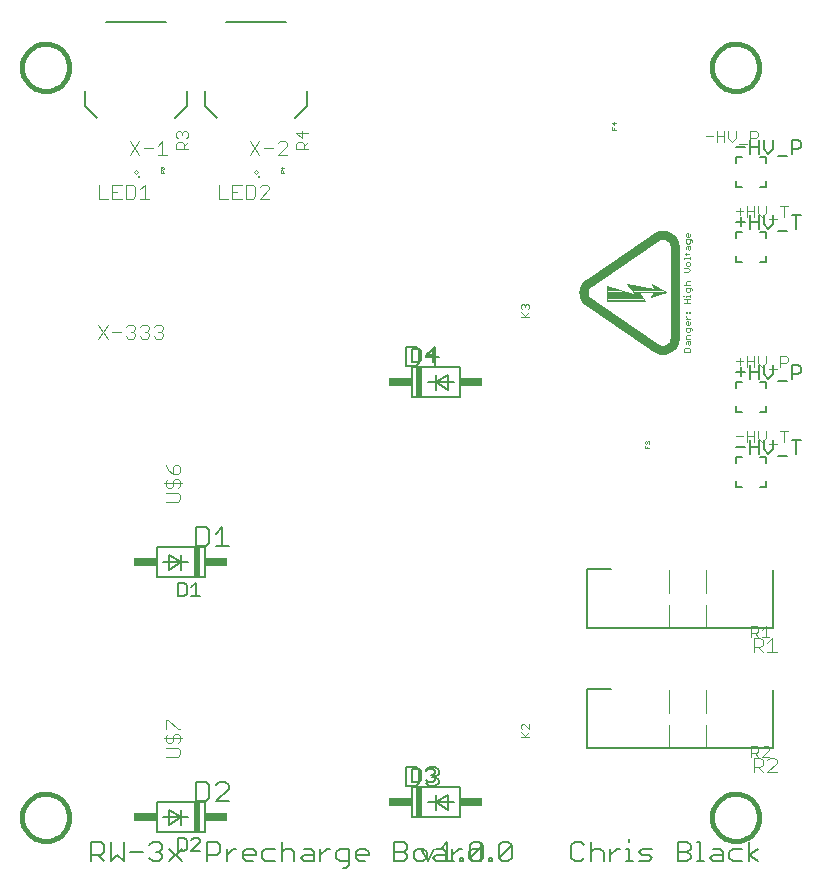
<source format=gto>
G75*
G70*
%OFA0B0*%
%FSLAX24Y24*%
%IPPOS*%
%LPD*%
%AMOC8*
5,1,8,0,0,1.08239X$1,22.5*
%
%ADD10C,0.0060*%
%ADD11C,0.0160*%
%ADD12C,0.0040*%
%ADD13C,0.0030*%
%ADD14C,0.0020*%
%ADD15R,0.0200X0.1000*%
%ADD16C,0.0050*%
%ADD17R,0.0750X0.0300*%
%ADD18C,0.0080*%
%ADD19C,0.0004*%
%ADD20C,0.0010*%
%ADD21C,0.0295*%
%ADD22C,0.0039*%
%ADD23C,0.0098*%
%ADD24C,0.0025*%
D10*
X006495Y000712D02*
X006495Y001352D01*
X006815Y001352D01*
X006922Y001246D01*
X006922Y001032D01*
X006815Y000925D01*
X006495Y000925D01*
X006708Y000925D02*
X006922Y000712D01*
X007139Y000712D02*
X007353Y000925D01*
X007566Y000712D01*
X007566Y001352D01*
X007784Y001032D02*
X008211Y001032D01*
X008428Y000819D02*
X008535Y000712D01*
X008748Y000712D01*
X008855Y000819D01*
X008855Y000925D01*
X008748Y001032D01*
X008642Y001032D01*
X008748Y001032D02*
X008855Y001139D01*
X008855Y001246D01*
X008748Y001352D01*
X008535Y001352D01*
X008428Y001246D01*
X008665Y001682D02*
X010265Y001682D01*
X010265Y002682D01*
X008665Y002682D01*
X008665Y001682D01*
X009065Y001932D02*
X009465Y002182D01*
X009465Y002432D01*
X009465Y002182D02*
X009465Y001932D01*
X009465Y002182D02*
X008865Y002182D01*
X009065Y001932D02*
X009065Y002432D01*
X009465Y002182D01*
X009715Y002182D01*
X009995Y002712D02*
X010315Y002712D01*
X010422Y002819D01*
X010422Y003246D01*
X010315Y003352D01*
X009995Y003352D01*
X009995Y002712D01*
X010639Y002712D02*
X011066Y003139D01*
X011066Y003246D01*
X010959Y003352D01*
X010746Y003352D01*
X010639Y003246D01*
X010639Y002712D02*
X011066Y002712D01*
X010682Y001352D02*
X010362Y001352D01*
X010362Y000712D01*
X010362Y000925D02*
X010682Y000925D01*
X010789Y001032D01*
X010789Y001246D01*
X010682Y001352D01*
X011006Y001139D02*
X011006Y000712D01*
X011006Y000925D02*
X011220Y001139D01*
X011326Y001139D01*
X011543Y001032D02*
X011650Y001139D01*
X011864Y001139D01*
X011970Y001032D01*
X011970Y000925D01*
X011543Y000925D01*
X011543Y000819D02*
X011543Y001032D01*
X011543Y000819D02*
X011650Y000712D01*
X011864Y000712D01*
X012188Y000819D02*
X012188Y001032D01*
X012295Y001139D01*
X012615Y001139D01*
X012832Y001032D02*
X012939Y001139D01*
X013153Y001139D01*
X013259Y001032D01*
X013259Y000712D01*
X013477Y000819D02*
X013584Y000925D01*
X013904Y000925D01*
X013904Y001032D02*
X013904Y000712D01*
X013584Y000712D01*
X013477Y000819D01*
X013584Y001139D02*
X013797Y001139D01*
X013904Y001032D01*
X014121Y000925D02*
X014335Y001139D01*
X014442Y001139D01*
X014659Y001032D02*
X014659Y000819D01*
X014765Y000712D01*
X015086Y000712D01*
X015086Y000605D02*
X015086Y001139D01*
X014765Y001139D01*
X014659Y001032D01*
X015086Y000605D02*
X014979Y000498D01*
X014872Y000498D01*
X015303Y000819D02*
X015303Y001032D01*
X015410Y001139D01*
X015623Y001139D01*
X015730Y001032D01*
X015730Y000925D01*
X015303Y000925D01*
X015303Y000819D02*
X015410Y000712D01*
X015623Y000712D01*
X016592Y000712D02*
X016912Y000712D01*
X017019Y000819D01*
X017019Y000925D01*
X016912Y001032D01*
X016592Y001032D01*
X016592Y000712D02*
X016592Y001352D01*
X016912Y001352D01*
X017019Y001246D01*
X017019Y001139D01*
X016912Y001032D01*
X017237Y001032D02*
X017237Y000819D01*
X017343Y000712D01*
X017557Y000712D01*
X017664Y000819D01*
X017664Y001032D01*
X017557Y001139D01*
X017343Y001139D01*
X017237Y001032D01*
X017495Y001139D02*
X017708Y000712D01*
X017922Y001139D01*
X017988Y001139D02*
X018201Y001139D01*
X018308Y001032D01*
X018308Y000712D01*
X017988Y000712D01*
X017881Y000819D01*
X017988Y000925D01*
X018308Y000925D01*
X018353Y000712D02*
X018353Y001352D01*
X018139Y001139D01*
X018526Y001139D02*
X018526Y000712D01*
X018566Y000712D02*
X018139Y000712D01*
X018526Y000925D02*
X018739Y001139D01*
X018846Y001139D01*
X019063Y001032D02*
X019063Y000819D01*
X019170Y000712D01*
X019490Y000712D01*
X019490Y001352D01*
X019426Y001352D02*
X019533Y001246D01*
X019106Y000819D01*
X019213Y000712D01*
X019426Y000712D01*
X019533Y000819D01*
X019533Y001246D01*
X019490Y001139D02*
X019170Y001139D01*
X019063Y001032D01*
X019106Y000819D02*
X019106Y001246D01*
X019213Y001352D01*
X019426Y001352D01*
X019750Y000819D02*
X019857Y000819D01*
X019857Y000712D01*
X019750Y000712D01*
X019750Y000819D01*
X020073Y000819D02*
X020500Y001246D01*
X020500Y000819D01*
X020393Y000712D01*
X020179Y000712D01*
X020073Y000819D01*
X020073Y001246D01*
X020179Y001352D01*
X020393Y001352D01*
X020500Y001246D01*
X018890Y000819D02*
X018890Y000712D01*
X018784Y000712D01*
X018784Y000819D01*
X018890Y000819D01*
X018765Y002182D02*
X017165Y002182D01*
X017165Y003182D01*
X018765Y003182D01*
X018765Y002182D01*
X018365Y002432D02*
X017965Y002682D01*
X017965Y002432D01*
X017965Y002682D02*
X017965Y002932D01*
X017965Y002682D02*
X018365Y002932D01*
X018365Y002432D01*
X018565Y002682D02*
X017965Y002682D01*
X017715Y002682D01*
X017746Y003212D02*
X017639Y003319D01*
X017746Y003212D02*
X017959Y003212D01*
X018066Y003319D01*
X018066Y003425D01*
X017959Y003532D01*
X017853Y003532D01*
X017959Y003532D02*
X018066Y003639D01*
X018066Y003746D01*
X017959Y003852D01*
X017746Y003852D01*
X017639Y003746D01*
X017422Y003746D02*
X017315Y003852D01*
X016995Y003852D01*
X016995Y003212D01*
X017315Y003212D01*
X017422Y003319D01*
X017422Y003746D01*
X014121Y001139D02*
X014121Y000712D01*
X012832Y000712D02*
X012832Y001352D01*
X012615Y000712D02*
X012295Y000712D01*
X012188Y000819D01*
X009500Y000712D02*
X009073Y001139D01*
X009073Y000712D02*
X009500Y001139D01*
X007139Y001352D02*
X007139Y000712D01*
X008665Y010182D02*
X010265Y010182D01*
X010265Y011182D01*
X008665Y011182D01*
X008665Y010182D01*
X009065Y010432D02*
X009465Y010682D01*
X009465Y010932D01*
X009465Y010682D02*
X009465Y010432D01*
X009465Y010682D02*
X008865Y010682D01*
X009065Y010432D02*
X009065Y010932D01*
X009465Y010682D01*
X009715Y010682D01*
X009995Y011212D02*
X010315Y011212D01*
X010422Y011319D01*
X010422Y011746D01*
X010315Y011852D01*
X009995Y011852D01*
X009995Y011212D01*
X010639Y011212D02*
X011066Y011212D01*
X010853Y011212D02*
X010853Y011852D01*
X010639Y011639D01*
X016995Y017212D02*
X017315Y017212D01*
X017422Y017319D01*
X017422Y017746D01*
X017315Y017852D01*
X016995Y017852D01*
X016995Y017212D01*
X017165Y017182D02*
X017165Y016182D01*
X018765Y016182D01*
X018765Y017182D01*
X017165Y017182D01*
X017639Y017532D02*
X018066Y017532D01*
X017959Y017212D02*
X017959Y017852D01*
X017639Y017532D01*
X017965Y016932D02*
X017965Y016682D01*
X017965Y016432D01*
X017965Y016682D02*
X018365Y016932D01*
X018365Y016432D01*
X017965Y016682D01*
X018565Y016682D01*
X017965Y016682D02*
X017715Y016682D01*
X027965Y016682D02*
X027965Y016482D01*
X027965Y016682D02*
X028165Y016682D01*
X028765Y016682D02*
X028965Y016682D01*
X028965Y016482D01*
X028965Y015882D02*
X028965Y015682D01*
X028765Y015682D01*
X028165Y015682D02*
X027965Y015682D01*
X027965Y015882D01*
X027965Y014182D02*
X027965Y013982D01*
X027965Y014182D02*
X028165Y014182D01*
X028765Y014182D02*
X028965Y014182D01*
X028965Y013982D01*
X028965Y013382D02*
X028965Y013182D01*
X028765Y013182D01*
X028165Y013182D02*
X027965Y013182D01*
X027965Y013382D01*
X027965Y020682D02*
X028165Y020682D01*
X027965Y020682D02*
X027965Y020882D01*
X027965Y021482D02*
X027965Y021682D01*
X028165Y021682D01*
X028765Y021682D02*
X028965Y021682D01*
X028965Y021482D01*
X028965Y020882D02*
X028965Y020682D01*
X028765Y020682D01*
X028765Y023182D02*
X028965Y023182D01*
X028965Y023382D01*
X028965Y023982D02*
X028965Y024182D01*
X028765Y024182D01*
X028165Y024182D02*
X027965Y024182D01*
X027965Y023982D01*
X027965Y023382D02*
X027965Y023182D01*
X028165Y023182D01*
X028403Y001352D02*
X028403Y000712D01*
X028403Y000925D02*
X028723Y001139D01*
X028403Y000925D02*
X028723Y000712D01*
X028185Y000712D02*
X027865Y000712D01*
X027758Y000819D01*
X027758Y001032D01*
X027865Y001139D01*
X028185Y001139D01*
X027541Y001032D02*
X027541Y000712D01*
X027220Y000712D01*
X027114Y000819D01*
X027220Y000925D01*
X027541Y000925D01*
X027541Y001032D02*
X027434Y001139D01*
X027220Y001139D01*
X026897Y000712D02*
X026684Y000712D01*
X026791Y000712D02*
X026791Y001352D01*
X026684Y001352D01*
X026466Y001246D02*
X026466Y001139D01*
X026360Y001032D01*
X026039Y001032D01*
X026039Y000712D02*
X026360Y000712D01*
X026466Y000819D01*
X026466Y000925D01*
X026360Y001032D01*
X026466Y001246D02*
X026360Y001352D01*
X026039Y001352D01*
X026039Y000712D01*
X025177Y000819D02*
X025071Y000925D01*
X024857Y000925D01*
X024750Y001032D01*
X024857Y001139D01*
X025177Y001139D01*
X025177Y000819D02*
X025071Y000712D01*
X024750Y000712D01*
X024534Y000712D02*
X024321Y000712D01*
X024427Y000712D02*
X024427Y001139D01*
X024321Y001139D01*
X024104Y001139D02*
X023997Y001139D01*
X023784Y000925D01*
X023784Y000712D02*
X023784Y001139D01*
X023566Y001032D02*
X023566Y000712D01*
X023566Y001032D02*
X023459Y001139D01*
X023246Y001139D01*
X023139Y001032D01*
X022922Y000819D02*
X022815Y000712D01*
X022601Y000712D01*
X022495Y000819D01*
X022495Y001246D01*
X022601Y001352D01*
X022815Y001352D01*
X022922Y001246D01*
X023139Y001352D02*
X023139Y000712D01*
X024427Y001352D02*
X024427Y001459D01*
D11*
X004178Y002182D02*
X004180Y002238D01*
X004186Y002293D01*
X004196Y002347D01*
X004209Y002401D01*
X004227Y002454D01*
X004248Y002505D01*
X004272Y002555D01*
X004300Y002603D01*
X004332Y002649D01*
X004366Y002693D01*
X004404Y002734D01*
X004444Y002772D01*
X004487Y002807D01*
X004532Y002839D01*
X004580Y002868D01*
X004629Y002894D01*
X004680Y002916D01*
X004732Y002934D01*
X004786Y002948D01*
X004841Y002959D01*
X004896Y002966D01*
X004951Y002969D01*
X005007Y002968D01*
X005062Y002963D01*
X005117Y002954D01*
X005171Y002942D01*
X005224Y002925D01*
X005276Y002905D01*
X005326Y002881D01*
X005374Y002854D01*
X005421Y002824D01*
X005465Y002790D01*
X005507Y002753D01*
X005545Y002713D01*
X005582Y002671D01*
X005615Y002626D01*
X005644Y002580D01*
X005671Y002531D01*
X005693Y002480D01*
X005713Y002428D01*
X005728Y002374D01*
X005740Y002320D01*
X005748Y002265D01*
X005752Y002210D01*
X005752Y002154D01*
X005748Y002099D01*
X005740Y002044D01*
X005728Y001990D01*
X005713Y001936D01*
X005693Y001884D01*
X005671Y001833D01*
X005644Y001784D01*
X005615Y001738D01*
X005582Y001693D01*
X005545Y001651D01*
X005507Y001611D01*
X005465Y001574D01*
X005421Y001540D01*
X005374Y001510D01*
X005326Y001483D01*
X005276Y001459D01*
X005224Y001439D01*
X005171Y001422D01*
X005117Y001410D01*
X005062Y001401D01*
X005007Y001396D01*
X004951Y001395D01*
X004896Y001398D01*
X004841Y001405D01*
X004786Y001416D01*
X004732Y001430D01*
X004680Y001448D01*
X004629Y001470D01*
X004580Y001496D01*
X004532Y001525D01*
X004487Y001557D01*
X004444Y001592D01*
X004404Y001630D01*
X004366Y001671D01*
X004332Y001715D01*
X004300Y001761D01*
X004272Y001809D01*
X004248Y001859D01*
X004227Y001910D01*
X004209Y001963D01*
X004196Y002017D01*
X004186Y002071D01*
X004180Y002126D01*
X004178Y002182D01*
X027178Y002182D02*
X027180Y002238D01*
X027186Y002293D01*
X027196Y002347D01*
X027209Y002401D01*
X027227Y002454D01*
X027248Y002505D01*
X027272Y002555D01*
X027300Y002603D01*
X027332Y002649D01*
X027366Y002693D01*
X027404Y002734D01*
X027444Y002772D01*
X027487Y002807D01*
X027532Y002839D01*
X027580Y002868D01*
X027629Y002894D01*
X027680Y002916D01*
X027732Y002934D01*
X027786Y002948D01*
X027841Y002959D01*
X027896Y002966D01*
X027951Y002969D01*
X028007Y002968D01*
X028062Y002963D01*
X028117Y002954D01*
X028171Y002942D01*
X028224Y002925D01*
X028276Y002905D01*
X028326Y002881D01*
X028374Y002854D01*
X028421Y002824D01*
X028465Y002790D01*
X028507Y002753D01*
X028545Y002713D01*
X028582Y002671D01*
X028615Y002626D01*
X028644Y002580D01*
X028671Y002531D01*
X028693Y002480D01*
X028713Y002428D01*
X028728Y002374D01*
X028740Y002320D01*
X028748Y002265D01*
X028752Y002210D01*
X028752Y002154D01*
X028748Y002099D01*
X028740Y002044D01*
X028728Y001990D01*
X028713Y001936D01*
X028693Y001884D01*
X028671Y001833D01*
X028644Y001784D01*
X028615Y001738D01*
X028582Y001693D01*
X028545Y001651D01*
X028507Y001611D01*
X028465Y001574D01*
X028421Y001540D01*
X028374Y001510D01*
X028326Y001483D01*
X028276Y001459D01*
X028224Y001439D01*
X028171Y001422D01*
X028117Y001410D01*
X028062Y001401D01*
X028007Y001396D01*
X027951Y001395D01*
X027896Y001398D01*
X027841Y001405D01*
X027786Y001416D01*
X027732Y001430D01*
X027680Y001448D01*
X027629Y001470D01*
X027580Y001496D01*
X027532Y001525D01*
X027487Y001557D01*
X027444Y001592D01*
X027404Y001630D01*
X027366Y001671D01*
X027332Y001715D01*
X027300Y001761D01*
X027272Y001809D01*
X027248Y001859D01*
X027227Y001910D01*
X027209Y001963D01*
X027196Y002017D01*
X027186Y002071D01*
X027180Y002126D01*
X027178Y002182D01*
X027178Y027182D02*
X027180Y027238D01*
X027186Y027293D01*
X027196Y027347D01*
X027209Y027401D01*
X027227Y027454D01*
X027248Y027505D01*
X027272Y027555D01*
X027300Y027603D01*
X027332Y027649D01*
X027366Y027693D01*
X027404Y027734D01*
X027444Y027772D01*
X027487Y027807D01*
X027532Y027839D01*
X027580Y027868D01*
X027629Y027894D01*
X027680Y027916D01*
X027732Y027934D01*
X027786Y027948D01*
X027841Y027959D01*
X027896Y027966D01*
X027951Y027969D01*
X028007Y027968D01*
X028062Y027963D01*
X028117Y027954D01*
X028171Y027942D01*
X028224Y027925D01*
X028276Y027905D01*
X028326Y027881D01*
X028374Y027854D01*
X028421Y027824D01*
X028465Y027790D01*
X028507Y027753D01*
X028545Y027713D01*
X028582Y027671D01*
X028615Y027626D01*
X028644Y027580D01*
X028671Y027531D01*
X028693Y027480D01*
X028713Y027428D01*
X028728Y027374D01*
X028740Y027320D01*
X028748Y027265D01*
X028752Y027210D01*
X028752Y027154D01*
X028748Y027099D01*
X028740Y027044D01*
X028728Y026990D01*
X028713Y026936D01*
X028693Y026884D01*
X028671Y026833D01*
X028644Y026784D01*
X028615Y026738D01*
X028582Y026693D01*
X028545Y026651D01*
X028507Y026611D01*
X028465Y026574D01*
X028421Y026540D01*
X028374Y026510D01*
X028326Y026483D01*
X028276Y026459D01*
X028224Y026439D01*
X028171Y026422D01*
X028117Y026410D01*
X028062Y026401D01*
X028007Y026396D01*
X027951Y026395D01*
X027896Y026398D01*
X027841Y026405D01*
X027786Y026416D01*
X027732Y026430D01*
X027680Y026448D01*
X027629Y026470D01*
X027580Y026496D01*
X027532Y026525D01*
X027487Y026557D01*
X027444Y026592D01*
X027404Y026630D01*
X027366Y026671D01*
X027332Y026715D01*
X027300Y026761D01*
X027272Y026809D01*
X027248Y026859D01*
X027227Y026910D01*
X027209Y026963D01*
X027196Y027017D01*
X027186Y027071D01*
X027180Y027126D01*
X027178Y027182D01*
X004178Y027182D02*
X004180Y027238D01*
X004186Y027293D01*
X004196Y027347D01*
X004209Y027401D01*
X004227Y027454D01*
X004248Y027505D01*
X004272Y027555D01*
X004300Y027603D01*
X004332Y027649D01*
X004366Y027693D01*
X004404Y027734D01*
X004444Y027772D01*
X004487Y027807D01*
X004532Y027839D01*
X004580Y027868D01*
X004629Y027894D01*
X004680Y027916D01*
X004732Y027934D01*
X004786Y027948D01*
X004841Y027959D01*
X004896Y027966D01*
X004951Y027969D01*
X005007Y027968D01*
X005062Y027963D01*
X005117Y027954D01*
X005171Y027942D01*
X005224Y027925D01*
X005276Y027905D01*
X005326Y027881D01*
X005374Y027854D01*
X005421Y027824D01*
X005465Y027790D01*
X005507Y027753D01*
X005545Y027713D01*
X005582Y027671D01*
X005615Y027626D01*
X005644Y027580D01*
X005671Y027531D01*
X005693Y027480D01*
X005713Y027428D01*
X005728Y027374D01*
X005740Y027320D01*
X005748Y027265D01*
X005752Y027210D01*
X005752Y027154D01*
X005748Y027099D01*
X005740Y027044D01*
X005728Y026990D01*
X005713Y026936D01*
X005693Y026884D01*
X005671Y026833D01*
X005644Y026784D01*
X005615Y026738D01*
X005582Y026693D01*
X005545Y026651D01*
X005507Y026611D01*
X005465Y026574D01*
X005421Y026540D01*
X005374Y026510D01*
X005326Y026483D01*
X005276Y026459D01*
X005224Y026439D01*
X005171Y026422D01*
X005117Y026410D01*
X005062Y026401D01*
X005007Y026396D01*
X004951Y026395D01*
X004896Y026398D01*
X004841Y026405D01*
X004786Y026416D01*
X004732Y026430D01*
X004680Y026448D01*
X004629Y026470D01*
X004580Y026496D01*
X004532Y026525D01*
X004487Y026557D01*
X004444Y026592D01*
X004404Y026630D01*
X004366Y026671D01*
X004332Y026715D01*
X004300Y026761D01*
X004272Y026809D01*
X004248Y026859D01*
X004227Y026910D01*
X004209Y026963D01*
X004196Y027017D01*
X004186Y027071D01*
X004180Y027126D01*
X004178Y027182D01*
D12*
X007785Y024725D02*
X008091Y024265D01*
X008245Y024495D02*
X008552Y024495D01*
X008705Y024572D02*
X008859Y024725D01*
X008859Y024265D01*
X009012Y024265D02*
X008705Y024265D01*
X008091Y024725D02*
X007785Y024265D01*
X007884Y023269D02*
X007654Y023269D01*
X007654Y022808D01*
X007884Y022808D01*
X007961Y022885D01*
X007961Y023192D01*
X007884Y023269D01*
X008115Y023115D02*
X008268Y023269D01*
X008268Y022808D01*
X008115Y022808D02*
X008422Y022808D01*
X007501Y022808D02*
X007194Y022808D01*
X007194Y023269D01*
X007501Y023269D01*
X007347Y023038D02*
X007194Y023038D01*
X007040Y022808D02*
X006734Y022808D01*
X006734Y023269D01*
X010734Y023269D02*
X010734Y022808D01*
X011040Y022808D01*
X011194Y022808D02*
X011501Y022808D01*
X011654Y022808D02*
X011884Y022808D01*
X011961Y022885D01*
X011961Y023192D01*
X011884Y023269D01*
X011654Y023269D01*
X011654Y022808D01*
X011347Y023038D02*
X011194Y023038D01*
X011194Y022808D02*
X011194Y023269D01*
X011501Y023269D01*
X012115Y023192D02*
X012191Y023269D01*
X012345Y023269D01*
X012422Y023192D01*
X012422Y023115D01*
X012115Y022808D01*
X012422Y022808D01*
X012705Y024265D02*
X013012Y024572D01*
X013012Y024649D01*
X012935Y024725D01*
X012782Y024725D01*
X012705Y024649D01*
X012552Y024495D02*
X012245Y024495D01*
X012091Y024265D02*
X011785Y024725D01*
X012091Y024725D02*
X011785Y024265D01*
X012705Y024265D02*
X013012Y024265D01*
X008800Y018603D02*
X008877Y018526D01*
X008877Y018450D01*
X008800Y018373D01*
X008877Y018296D01*
X008877Y018220D01*
X008800Y018143D01*
X008647Y018143D01*
X008570Y018220D01*
X008417Y018220D02*
X008340Y018143D01*
X008186Y018143D01*
X008110Y018220D01*
X007956Y018220D02*
X007880Y018143D01*
X007726Y018143D01*
X007649Y018220D01*
X007496Y018373D02*
X007189Y018373D01*
X007036Y018143D02*
X006729Y018603D01*
X007036Y018603D02*
X006729Y018143D01*
X007649Y018526D02*
X007726Y018603D01*
X007880Y018603D01*
X007956Y018526D01*
X007956Y018450D01*
X007880Y018373D01*
X007956Y018296D01*
X007956Y018220D01*
X007880Y018373D02*
X007803Y018373D01*
X008110Y018526D02*
X008186Y018603D01*
X008340Y018603D01*
X008417Y018526D01*
X008417Y018450D01*
X008340Y018373D01*
X008417Y018296D01*
X008417Y018220D01*
X008340Y018373D02*
X008263Y018373D01*
X008570Y018526D02*
X008647Y018603D01*
X008800Y018603D01*
X008800Y018373D02*
X008724Y018373D01*
X008984Y013929D02*
X009061Y013776D01*
X009214Y013623D01*
X009214Y013853D01*
X009291Y013929D01*
X009368Y013929D01*
X009445Y013853D01*
X009445Y013699D01*
X009368Y013623D01*
X009214Y013623D01*
X009291Y013469D02*
X009214Y013392D01*
X009214Y013239D01*
X009138Y013162D01*
X009061Y013162D01*
X008984Y013239D01*
X008984Y013392D01*
X009061Y013469D01*
X008907Y013316D02*
X009521Y013316D01*
X009445Y013392D02*
X009368Y013469D01*
X009291Y013469D01*
X009445Y013392D02*
X009445Y013239D01*
X009368Y013162D01*
X009368Y013009D02*
X008984Y013009D01*
X008984Y012702D02*
X009368Y012702D01*
X009445Y012779D01*
X009445Y012932D01*
X009368Y013009D01*
X009061Y005429D02*
X009368Y005123D01*
X009445Y005123D01*
X009368Y004969D02*
X009291Y004969D01*
X009214Y004892D01*
X009214Y004739D01*
X009138Y004662D01*
X009061Y004662D01*
X008984Y004739D01*
X008984Y004892D01*
X009061Y004969D01*
X008984Y005123D02*
X008984Y005429D01*
X009061Y005429D01*
X009368Y004969D02*
X009445Y004892D01*
X009445Y004739D01*
X009368Y004662D01*
X009368Y004509D02*
X008984Y004509D01*
X008984Y004202D02*
X009368Y004202D01*
X009445Y004279D01*
X009445Y004432D01*
X009368Y004509D01*
X009521Y004816D02*
X008907Y004816D01*
X026244Y017702D02*
X026244Y017802D01*
X026278Y017835D01*
X026411Y017835D01*
X026445Y017802D01*
X026445Y017702D01*
X026244Y017702D01*
X026311Y017956D02*
X026311Y018023D01*
X026344Y018056D01*
X026445Y018056D01*
X026445Y017956D01*
X026411Y017923D01*
X026378Y017956D01*
X026378Y018056D01*
X026445Y018144D02*
X026311Y018144D01*
X026311Y018244D01*
X026344Y018277D01*
X026445Y018277D01*
X026411Y018365D02*
X026445Y018398D01*
X026445Y018498D01*
X026478Y018498D02*
X026311Y018498D01*
X026311Y018398D01*
X026344Y018365D01*
X026411Y018365D01*
X026511Y018432D02*
X026511Y018465D01*
X026478Y018498D01*
X026411Y018586D02*
X026344Y018586D01*
X026311Y018619D01*
X026311Y018686D01*
X026344Y018719D01*
X026378Y018719D01*
X026378Y018586D01*
X026411Y018586D02*
X026445Y018619D01*
X026445Y018686D01*
X026445Y018807D02*
X026311Y018807D01*
X026311Y018874D02*
X026311Y018907D01*
X026311Y018874D02*
X026378Y018807D01*
X026411Y018991D02*
X026445Y018991D01*
X026445Y019024D01*
X026411Y019024D01*
X026411Y018991D01*
X026344Y018991D02*
X026311Y018991D01*
X026311Y019024D01*
X026344Y019024D01*
X026344Y018991D01*
X026344Y019322D02*
X026344Y019456D01*
X026311Y019543D02*
X026311Y019577D01*
X026445Y019577D01*
X026445Y019610D02*
X026445Y019543D01*
X026445Y019456D02*
X026244Y019456D01*
X026244Y019577D02*
X026211Y019577D01*
X026344Y019691D02*
X026411Y019691D01*
X026445Y019724D01*
X026445Y019824D01*
X026478Y019824D02*
X026311Y019824D01*
X026311Y019724D01*
X026344Y019691D01*
X026511Y019757D02*
X026511Y019791D01*
X026478Y019824D01*
X026445Y019912D02*
X026244Y019912D01*
X026311Y019945D02*
X026311Y020012D01*
X026344Y020045D01*
X026445Y020045D01*
X026344Y019912D02*
X026311Y019945D01*
X026244Y020354D02*
X026378Y020354D01*
X026445Y020420D01*
X026378Y020487D01*
X026244Y020487D01*
X026344Y020575D02*
X026411Y020575D01*
X026445Y020608D01*
X026445Y020675D01*
X026411Y020708D01*
X026344Y020708D01*
X026311Y020675D01*
X026311Y020608D01*
X026344Y020575D01*
X026244Y020796D02*
X026244Y020829D01*
X026445Y020829D01*
X026445Y020796D02*
X026445Y020862D01*
X026411Y020976D02*
X026445Y021010D01*
X026411Y020976D02*
X026278Y020976D01*
X026311Y020943D02*
X026311Y021010D01*
X026311Y021124D02*
X026311Y021190D01*
X026344Y021224D01*
X026445Y021224D01*
X026445Y021124D01*
X026411Y021090D01*
X026378Y021124D01*
X026378Y021224D01*
X026411Y021311D02*
X026445Y021345D01*
X026445Y021445D01*
X026478Y021445D02*
X026311Y021445D01*
X026311Y021345D01*
X026344Y021311D01*
X026411Y021311D01*
X026511Y021378D02*
X026511Y021411D01*
X026478Y021445D01*
X026411Y021532D02*
X026344Y021532D01*
X026311Y021566D01*
X026311Y021632D01*
X026344Y021666D01*
X026378Y021666D01*
X026378Y021532D01*
X026411Y021532D02*
X026445Y021566D01*
X026445Y021632D01*
X026445Y019322D02*
X026244Y019322D01*
X028564Y008162D02*
X028794Y008162D01*
X028871Y008086D01*
X028871Y007932D01*
X028794Y007855D01*
X028564Y007855D01*
X028564Y007702D02*
X028564Y008162D01*
X028717Y007855D02*
X028871Y007702D01*
X029024Y007702D02*
X029331Y007702D01*
X029178Y007702D02*
X029178Y008162D01*
X029024Y008009D01*
X029101Y004162D02*
X029024Y004086D01*
X029101Y004162D02*
X029254Y004162D01*
X029331Y004086D01*
X029331Y004009D01*
X029024Y003702D01*
X029331Y003702D01*
X028871Y003702D02*
X028717Y003855D01*
X028794Y003855D02*
X028564Y003855D01*
X028564Y003702D02*
X028564Y004162D01*
X028794Y004162D01*
X028871Y004086D01*
X028871Y003932D01*
X028794Y003855D01*
D13*
X028848Y004197D02*
X029095Y004444D01*
X029095Y004505D01*
X029033Y004567D01*
X028910Y004567D01*
X028848Y004505D01*
X028726Y004505D02*
X028726Y004382D01*
X028665Y004320D01*
X028480Y004320D01*
X028603Y004320D02*
X028726Y004197D01*
X028848Y004197D02*
X029095Y004197D01*
X028726Y004505D02*
X028665Y004567D01*
X028480Y004567D01*
X028480Y004197D01*
X028480Y008197D02*
X028480Y008567D01*
X028665Y008567D01*
X028726Y008505D01*
X028726Y008382D01*
X028665Y008320D01*
X028480Y008320D01*
X028603Y008320D02*
X028726Y008197D01*
X028848Y008197D02*
X029095Y008197D01*
X028971Y008197D02*
X028971Y008567D01*
X028848Y008444D01*
X029084Y014635D02*
X029331Y014635D01*
X029576Y014697D02*
X029576Y015067D01*
X029453Y015067D02*
X029700Y015067D01*
X028963Y015067D02*
X028963Y014820D01*
X028840Y014697D01*
X028716Y014820D01*
X028716Y015067D01*
X028595Y015067D02*
X028595Y014697D01*
X028595Y014882D02*
X028348Y014882D01*
X028226Y014882D02*
X027980Y014882D01*
X028348Y014697D02*
X028348Y015067D01*
X028348Y017197D02*
X028348Y017567D01*
X028348Y017382D02*
X028595Y017382D01*
X028716Y017320D02*
X028840Y017197D01*
X028963Y017320D01*
X028963Y017567D01*
X028716Y017567D02*
X028716Y017320D01*
X028595Y017197D02*
X028595Y017567D01*
X028226Y017382D02*
X027980Y017382D01*
X028103Y017505D02*
X028103Y017259D01*
X029084Y017135D02*
X029331Y017135D01*
X029453Y017197D02*
X029453Y017567D01*
X029638Y017567D01*
X029700Y017505D01*
X029700Y017382D01*
X029638Y017320D01*
X029453Y017320D01*
X029331Y022135D02*
X029084Y022135D01*
X028963Y022320D02*
X028963Y022567D01*
X028963Y022320D02*
X028840Y022197D01*
X028716Y022320D01*
X028716Y022567D01*
X028595Y022567D02*
X028595Y022197D01*
X028595Y022382D02*
X028348Y022382D01*
X028226Y022382D02*
X027980Y022382D01*
X028103Y022505D02*
X028103Y022259D01*
X028348Y022197D02*
X028348Y022567D01*
X029453Y022567D02*
X029700Y022567D01*
X029576Y022567D02*
X029576Y022197D01*
X028331Y024635D02*
X028084Y024635D01*
X027963Y024820D02*
X027840Y024697D01*
X027716Y024820D01*
X027716Y025067D01*
X027595Y025067D02*
X027595Y024697D01*
X027595Y024882D02*
X027348Y024882D01*
X027226Y024882D02*
X026980Y024882D01*
X027348Y024697D02*
X027348Y025067D01*
X027963Y025067D02*
X027963Y024820D01*
X028453Y024820D02*
X028638Y024820D01*
X028700Y024882D01*
X028700Y025005D01*
X028638Y025067D01*
X028453Y025067D01*
X028453Y024697D01*
X013700Y024694D02*
X013576Y024570D01*
X013576Y024632D02*
X013576Y024447D01*
X013700Y024447D02*
X013329Y024447D01*
X013329Y024632D01*
X013391Y024694D01*
X013514Y024694D01*
X013576Y024632D01*
X013514Y024815D02*
X013329Y025000D01*
X013700Y025000D01*
X013514Y025062D02*
X013514Y024815D01*
X009700Y024877D02*
X009638Y024815D01*
X009700Y024877D02*
X009700Y025000D01*
X009638Y025062D01*
X009576Y025062D01*
X009514Y025000D01*
X009514Y024939D01*
X009514Y025000D02*
X009453Y025062D01*
X009391Y025062D01*
X009329Y025000D01*
X009329Y024877D01*
X009391Y024815D01*
X009391Y024694D02*
X009514Y024694D01*
X009576Y024632D01*
X009576Y024447D01*
X009576Y024570D02*
X009700Y024694D01*
X009700Y024447D02*
X009329Y024447D01*
X009329Y024632D01*
X009391Y024694D01*
D14*
X020817Y019243D02*
X020860Y019285D01*
X020902Y019285D01*
X020945Y019243D01*
X020987Y019285D01*
X021030Y019285D01*
X021073Y019243D01*
X021073Y019158D01*
X021030Y019115D01*
X021073Y019032D02*
X020945Y018904D01*
X020987Y018861D02*
X020817Y019032D01*
X020860Y019115D02*
X020817Y019158D01*
X020817Y019243D01*
X020945Y019243D02*
X020945Y019200D01*
X020817Y018861D02*
X021073Y018861D01*
X021073Y005285D02*
X021073Y005115D01*
X020902Y005285D01*
X020860Y005285D01*
X020817Y005243D01*
X020817Y005158D01*
X020860Y005115D01*
X020817Y005032D02*
X020987Y004861D01*
X020945Y004904D02*
X021073Y005032D01*
X021073Y004861D02*
X020817Y004861D01*
D15*
X017415Y002682D03*
X010015Y002182D03*
X010015Y010682D03*
X017415Y016682D03*
D16*
X017415Y017357D02*
X017190Y017357D01*
X017190Y017807D01*
X017415Y017807D01*
X017490Y017732D01*
X017490Y017432D01*
X017415Y017357D01*
X017650Y017582D02*
X017950Y017582D01*
X017875Y017357D02*
X017875Y017807D01*
X017650Y017582D01*
X009979Y010007D02*
X009979Y009557D01*
X009829Y009557D02*
X010129Y009557D01*
X009829Y009857D02*
X009979Y010007D01*
X009669Y009932D02*
X009669Y009632D01*
X009594Y009557D01*
X009369Y009557D01*
X009369Y010007D01*
X009594Y010007D01*
X009669Y009932D01*
X017190Y003807D02*
X017190Y003357D01*
X017415Y003357D01*
X017490Y003432D01*
X017490Y003732D01*
X017415Y003807D01*
X017190Y003807D01*
X017650Y003732D02*
X017725Y003807D01*
X017875Y003807D01*
X017950Y003732D01*
X017950Y003657D01*
X017875Y003582D01*
X017950Y003507D01*
X017950Y003432D01*
X017875Y003357D01*
X017725Y003357D01*
X017650Y003432D01*
X017800Y003582D02*
X017875Y003582D01*
X010129Y001432D02*
X010054Y001507D01*
X009904Y001507D01*
X009829Y001432D01*
X009669Y001432D02*
X009669Y001132D01*
X009594Y001057D01*
X009369Y001057D01*
X009369Y001507D01*
X009594Y001507D01*
X009669Y001432D01*
X009829Y001057D02*
X010129Y001357D01*
X010129Y001432D01*
X010129Y001057D02*
X009829Y001057D01*
X027990Y014532D02*
X028290Y014532D01*
X028450Y014532D02*
X028750Y014532D01*
X028910Y014457D02*
X029060Y014307D01*
X029211Y014457D01*
X029211Y014757D01*
X028910Y014757D02*
X028910Y014457D01*
X028750Y014307D02*
X028750Y014757D01*
X028450Y014757D02*
X028450Y014307D01*
X029371Y014232D02*
X029671Y014232D01*
X029981Y014307D02*
X029981Y014757D01*
X029831Y014757D02*
X030131Y014757D01*
X029671Y016732D02*
X029371Y016732D01*
X029211Y016957D02*
X029211Y017257D01*
X029211Y016957D02*
X029060Y016807D01*
X028910Y016957D01*
X028910Y017257D01*
X028750Y017257D02*
X028750Y016807D01*
X028750Y017032D02*
X028450Y017032D01*
X028290Y017032D02*
X027990Y017032D01*
X028140Y017182D02*
X028140Y016882D01*
X028450Y016807D02*
X028450Y017257D01*
X029831Y017257D02*
X029831Y016807D01*
X029831Y016957D02*
X030056Y016957D01*
X030131Y017032D01*
X030131Y017182D01*
X030056Y017257D01*
X029831Y017257D01*
X029671Y021732D02*
X029371Y021732D01*
X029211Y021957D02*
X029211Y022257D01*
X029211Y021957D02*
X029060Y021807D01*
X028910Y021957D01*
X028910Y022257D01*
X028750Y022257D02*
X028750Y021807D01*
X028750Y022032D02*
X028450Y022032D01*
X028290Y022032D02*
X027990Y022032D01*
X028140Y022182D02*
X028140Y021882D01*
X028450Y021807D02*
X028450Y022257D01*
X029831Y022257D02*
X030131Y022257D01*
X029981Y022257D02*
X029981Y021807D01*
X029671Y024232D02*
X029371Y024232D01*
X029211Y024457D02*
X029211Y024757D01*
X029211Y024457D02*
X029060Y024307D01*
X028910Y024457D01*
X028910Y024757D01*
X028750Y024757D02*
X028750Y024307D01*
X028750Y024532D02*
X028450Y024532D01*
X028290Y024532D02*
X027990Y024532D01*
X028450Y024307D02*
X028450Y024757D01*
X029831Y024757D02*
X029831Y024307D01*
X029831Y024457D02*
X030056Y024457D01*
X030131Y024532D01*
X030131Y024682D01*
X030056Y024757D01*
X029831Y024757D01*
D17*
X019140Y016682D03*
X016790Y016682D03*
X010640Y010682D03*
X008290Y010682D03*
X016790Y002682D03*
X019140Y002682D03*
X010640Y002182D03*
X008290Y002182D03*
D18*
X023020Y004501D02*
X023020Y006469D01*
X023825Y006469D01*
X023020Y004501D02*
X026996Y004501D01*
X029220Y004501D01*
X029220Y006444D01*
X029220Y008501D02*
X026996Y008501D01*
X023020Y008501D01*
X023020Y010469D01*
X023825Y010469D01*
X029220Y010444D02*
X029220Y008501D01*
X013265Y025482D02*
X013665Y025882D01*
X013665Y026382D01*
X012965Y028682D02*
X010965Y028682D01*
X008965Y028682D02*
X006965Y028682D01*
X006265Y026382D02*
X006265Y025882D01*
X006665Y025482D01*
X009265Y025482D02*
X009665Y025882D01*
X009665Y026382D01*
X010265Y026382D02*
X010265Y025882D01*
X010665Y025482D01*
D19*
X025736Y010420D02*
X025736Y009647D01*
X025736Y009254D02*
X025736Y008481D01*
X026996Y008501D02*
X026996Y009264D01*
X026996Y009657D02*
X026996Y010420D01*
X026996Y006420D02*
X026996Y005657D01*
X026996Y005264D02*
X026996Y004501D01*
X025736Y004481D02*
X025736Y005254D01*
X025736Y005647D02*
X025736Y006420D01*
D20*
X025089Y014480D02*
X024942Y014480D01*
X024942Y014578D01*
X024966Y014625D02*
X024942Y014649D01*
X024942Y014698D01*
X024966Y014723D01*
X024991Y014723D01*
X025016Y014698D01*
X025040Y014723D01*
X025065Y014723D01*
X025089Y014698D01*
X025089Y014649D01*
X025065Y014625D01*
X025016Y014674D02*
X025016Y014698D01*
X025016Y014529D02*
X025016Y014480D01*
X023987Y025104D02*
X023840Y025104D01*
X023840Y025203D01*
X023913Y025249D02*
X023913Y025348D01*
X023840Y025323D02*
X023913Y025249D01*
X023913Y025153D02*
X023913Y025104D01*
X023840Y025323D02*
X023987Y025323D01*
X012910Y023839D02*
X012801Y023839D01*
X012855Y023785D01*
X012855Y023857D01*
X012855Y023748D02*
X012819Y023748D01*
X012801Y023730D01*
X012801Y023676D01*
X012910Y023676D01*
X012874Y023676D02*
X012874Y023730D01*
X012855Y023748D01*
X012874Y023712D02*
X012910Y023748D01*
X008910Y023748D02*
X008874Y023712D01*
X008874Y023730D02*
X008874Y023676D01*
X008910Y023676D02*
X008801Y023676D01*
X008801Y023730D01*
X008819Y023748D01*
X008855Y023748D01*
X008874Y023730D01*
X008892Y023785D02*
X008910Y023803D01*
X008910Y023839D01*
X008892Y023857D01*
X008874Y023857D01*
X008855Y023839D01*
X008855Y023821D01*
X008855Y023839D02*
X008837Y023857D01*
X008819Y023857D01*
X008801Y023839D01*
X008801Y023803D01*
X008819Y023785D01*
D21*
X023069Y020008D02*
X025319Y021530D01*
X025318Y021530D02*
X025351Y021550D01*
X025386Y021567D01*
X025423Y021580D01*
X025460Y021590D01*
X025499Y021596D01*
X025537Y021598D01*
X025576Y021596D01*
X025614Y021591D01*
X025652Y021581D01*
X025689Y021568D01*
X025724Y021552D01*
X025757Y021532D01*
X025788Y021509D01*
X025817Y021483D01*
X025843Y021455D01*
X025866Y021423D01*
X025886Y021390D01*
X025903Y021355D01*
X025916Y021319D01*
X025925Y021281D01*
X025931Y021243D01*
X025933Y021204D01*
X025933Y018160D01*
X025931Y018121D01*
X025925Y018083D01*
X025916Y018045D01*
X025903Y018009D01*
X025886Y017974D01*
X025866Y017941D01*
X025843Y017909D01*
X025817Y017881D01*
X025788Y017855D01*
X025757Y017832D01*
X025724Y017812D01*
X025689Y017796D01*
X025652Y017783D01*
X025614Y017773D01*
X025576Y017768D01*
X025537Y017766D01*
X025499Y017768D01*
X025460Y017774D01*
X025423Y017784D01*
X025386Y017797D01*
X025351Y017814D01*
X025318Y017834D01*
X025319Y017834D02*
X023069Y019356D01*
X023068Y019356D02*
X023037Y019379D01*
X023009Y019405D01*
X022983Y019433D01*
X022961Y019464D01*
X022941Y019497D01*
X022925Y019532D01*
X022912Y019568D01*
X022902Y019606D01*
X022897Y019644D01*
X022895Y019682D01*
X022897Y019720D01*
X022902Y019758D01*
X022912Y019796D01*
X022925Y019832D01*
X022941Y019867D01*
X022961Y019900D01*
X022983Y019931D01*
X023009Y019959D01*
X023037Y019985D01*
X023068Y020008D01*
D22*
X023669Y019879D02*
X023669Y019387D01*
X024949Y019387D01*
X024752Y019682D01*
X025244Y019682D01*
X025146Y019544D01*
X025638Y019682D01*
X025185Y019957D01*
X025244Y019780D01*
X024358Y019977D01*
X024654Y019583D01*
X023669Y019879D01*
X023669Y019861D02*
X023728Y019861D01*
X023669Y019823D02*
X023854Y019823D01*
X023980Y019785D02*
X023669Y019785D01*
X023669Y019747D02*
X024107Y019747D01*
X024233Y019710D02*
X023669Y019710D01*
X023669Y019672D02*
X024360Y019672D01*
X024486Y019634D02*
X023669Y019634D01*
X023669Y019596D02*
X024612Y019596D01*
X024644Y019596D02*
X024809Y019596D01*
X024784Y019634D02*
X024616Y019634D01*
X024587Y019672D02*
X024759Y019672D01*
X024835Y019558D02*
X023669Y019558D01*
X023669Y019520D02*
X024860Y019520D01*
X024885Y019482D02*
X023669Y019482D01*
X023669Y019444D02*
X024910Y019444D01*
X024936Y019406D02*
X023669Y019406D01*
X024388Y019937D02*
X024539Y019937D01*
X024445Y019861D02*
X024880Y019861D01*
X025051Y019823D02*
X024474Y019823D01*
X024502Y019785D02*
X025221Y019785D01*
X025242Y019785D02*
X025468Y019785D01*
X025530Y019747D02*
X024531Y019747D01*
X024559Y019710D02*
X025592Y019710D01*
X025601Y019672D02*
X025237Y019672D01*
X025210Y019634D02*
X025466Y019634D01*
X025330Y019596D02*
X025183Y019596D01*
X025195Y019558D02*
X025156Y019558D01*
X025230Y019823D02*
X025405Y019823D01*
X025343Y019861D02*
X025217Y019861D01*
X025204Y019899D02*
X025281Y019899D01*
X025219Y019937D02*
X025192Y019937D01*
X024709Y019899D02*
X024417Y019899D01*
X024368Y019975D02*
X024360Y019975D01*
D23*
X012073Y023524D03*
X008073Y023524D03*
D24*
X007965Y023623D02*
X007906Y023682D01*
X007974Y023751D01*
X008033Y023692D01*
X007965Y023623D01*
X011906Y023682D02*
X011974Y023751D01*
X012033Y023692D01*
X011965Y023623D01*
X011906Y023682D01*
M02*

</source>
